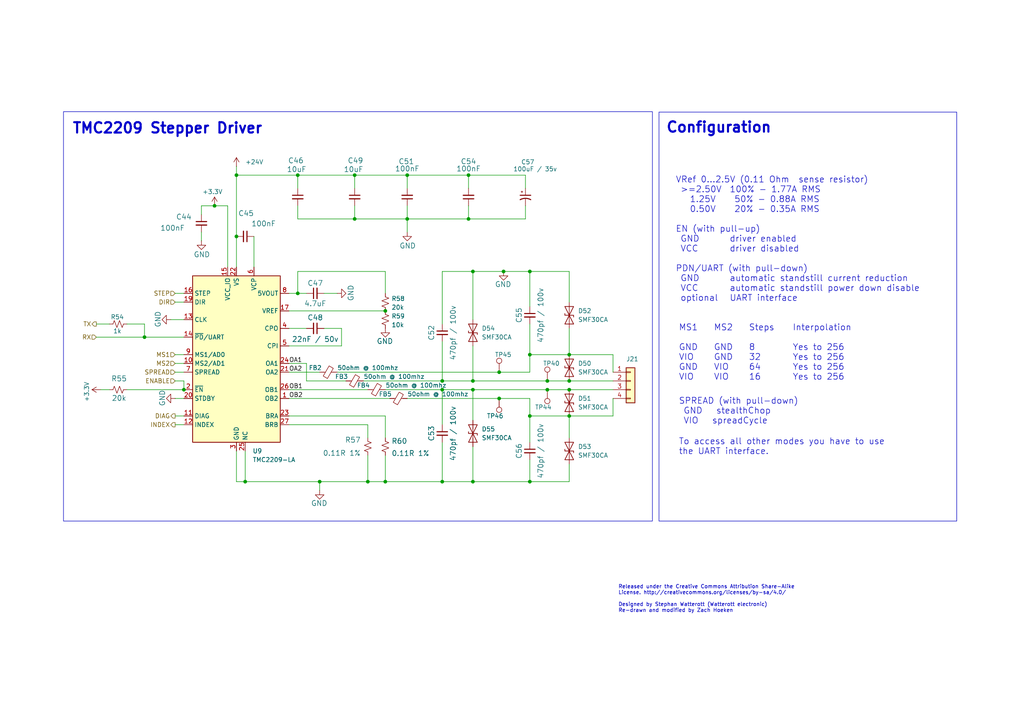
<source format=kicad_sch>
(kicad_sch (version 20250114) (generator "eeschema") (generator_version "9.0")
  (paper "A4")
  (title_block (title "https://github.com/hoeken/brineomatic") (date "2026-01-06") (rev "D"))
  (lib_symbols
    (symbol "Connector:TestPoint" (pin_numbers (hide yes)) (pin_names (offset 0.762) (hide yes))
      (property "Reference" "TP" (at 0 6.858 0))
      (property "Value" "TestPoint" (at 0 5.08 0))
      (symbol "TestPoint_0_1"
        (circle (center 0 3.302) (radius 0.762))
      )
      (symbol "TestPoint_1_1"
        (pin passive line (at 0 0 90) (length 2.54) (name "1") (number "1"))
      )
    )
    (symbol "Connector_Generic:Conn_01x04" (pin_names (offset 1.016) (hide yes))
      (property "Reference" "J" (at 0 5.08 0))
      (property "Value" "Conn_01x04" (at 0 -7.62 0))
      (symbol "Conn_01x04_1_1"
        (rectangle (start -1.27 3.81) (end 1.27 -6.35) (stroke (width 0.254)) (fill (type background)))
        (rectangle (start -1.27 2.667) (end 0 2.413) (stroke (width 0.1524)))
        (rectangle (start -1.27 0.127) (end 0 -0.127) (stroke (width 0.1524)))
        (rectangle (start -1.27 -2.413) (end 0 -2.667) (stroke (width 0.1524)))
        (rectangle (start -1.27 -4.953) (end 0 -5.207) (stroke (width 0.1524)))
        (pin passive line (at -5.08 2.54 0) (length 3.81) (name "Pin_1") (number "1"))
        (pin passive line (at -5.08 0 0) (length 3.81) (name "Pin_2") (number "2"))
        (pin passive line (at -5.08 -2.54 0) (length 3.81) (name "Pin_3") (number "3"))
        (pin passive line (at -5.08 -5.08 0) (length 3.81) (name "Pin_4") (number "4"))
      )
    )
    (symbol "Device:C_Polarized_Small_US" (pin_numbers (hide yes)) (pin_names (offset 0.254) (hide yes))
      (property "Reference" "C" (at 0.254 1.778 0))
      (property "Value" "C_Polarized_Small_US" (at 0.254 -2.032 0))
      (symbol "C_Polarized_Small_US_0_1"
        (polyline (pts (xy -1.524 0.508) (xy 1.524 0.508)) (stroke (width 0.3048)))
        (polyline (pts (xy -1.27 1.524) (xy -0.762 1.524)))
        (polyline (pts (xy -1.016 1.27) (xy -1.016 1.778)))
        (arc (start -1.524 -0.762) (mid 0 -0.3734) (end 1.524 -0.762) (stroke (width 0.3048)))
      )
      (symbol "C_Polarized_Small_US_1_1"
        (pin passive line (at 0 2.54 270) (length 2.032) (name "~") (number "1"))
        (pin passive line (at 0 -2.54 90) (length 2.032) (name "~") (number "2"))
      )
    )
    (symbol "Device:C_Small" (pin_numbers (hide yes)) (pin_names (offset 0.254) (hide yes))
      (property "Reference" "C" (at 0.254 1.778 0))
      (property "Value" "C_Small" (at 0.254 -2.032 0))
      (symbol "C_Small_0_1"
        (polyline (pts (xy -1.524 0.508) (xy 1.524 0.508)) (stroke (width 0.3048)))
        (polyline (pts (xy -1.524 -0.508) (xy 1.524 -0.508)) (stroke (width 0.3302)))
      )
      (symbol "C_Small_1_1"
        (pin passive line (at 0 2.54 270) (length 2.032) (name "~") (number "1"))
        (pin passive line (at 0 -2.54 90) (length 2.032) (name "~") (number "2"))
      )
    )
    (symbol "Device:FerriteBead_Small" (pin_numbers (hide yes)) (pin_names (offset 0))
      (property "Reference" "FB" (at 1.905 1.27 0))
      (property "Value" "FerriteBead_Small" (at 1.905 -1.27 0))
      (symbol "FerriteBead_Small_0_1"
        (polyline (pts (xy -1.8288 0.2794) (xy -1.1176 1.4986) (xy 1.8288 -0.2032) (xy 1.1176 -1.4224) (xy -1.8288 0.2794)))
        (polyline (pts (xy 0 0.889) (xy 0 1.2954)))
        (polyline (pts (xy 0 -1.27) (xy 0 -0.7874)))
      )
      (symbol "FerriteBead_Small_1_1"
        (pin passive line (at 0 2.54 270) (length 1.27) (name "~") (number "1"))
        (pin passive line (at 0 -2.54 90) (length 1.27) (name "~") (number "2"))
      )
    )
    (symbol "Device:R_Small_US" (pin_numbers (hide yes)) (pin_names (offset 0.254) (hide yes))
      (property "Reference" "R" (at 0.762 0.508 0))
      (property "Value" "R_Small_US" (at 0.762 -1.016 0))
      (symbol "R_Small_US_1_1"
        (polyline (pts (xy 0 1.524) (xy 1.016 1.143) (xy 0 0.762) (xy -1.016 0.381) (xy 0 0)))
        (polyline (pts (xy 0 0) (xy 1.016 -0.381) (xy 0 -0.762) (xy -1.016 -1.143) (xy 0 -1.524)))
        (pin passive line (at 0 2.54 270) (length 1.016) (name "~") (number "1"))
        (pin passive line (at 0 -2.54 90) (length 1.016) (name "~") (number "2"))
      )
    )
    (symbol "Diode:SMAJ30CA" (pin_numbers (hide yes)) (pin_names (offset 1.016) (hide yes))
      (property "Reference" "D" (at 0 2.54 0))
      (property "Value" "SMAJ30CA" (at 0 -2.54 0))
      (symbol "SMAJ30CA_0_1"
        (polyline (pts (xy -2.54 -1.27) (xy 0 0) (xy -2.54 1.27) (xy -2.54 -1.27)) (stroke (width 0.2032)))
        (polyline (pts (xy 0.508 1.27) (xy 0 1.27) (xy 0 -1.27) (xy -0.508 -1.27)) (stroke (width 0.2032)))
        (polyline (pts (xy 1.27 0) (xy -1.27 0)))
        (polyline (pts (xy 2.54 1.27) (xy 2.54 -1.27) (xy 0 0) (xy 2.54 1.27)) (stroke (width 0.2032)))
      )
      (symbol "SMAJ30CA_1_1"
        (pin passive line (at -3.81 0 0) (length 2.54) (name "A1") (number "1"))
        (pin passive line (at 3.81 0 180) (length 2.54) (name "A2") (number "2"))
      )
    )
    (symbol "Driver_Motor:TMC2209-LA"
      (property "Reference" "U" (at -11.684 26.924 0))
      (property "Value" "TMC2209-LA" (at 13.208 26.924 0))
      (symbol "TMC2209-LA_0_1"
        (rectangle (start -12.7 25.4) (end 12.7 -22.86) (stroke (width 0.254)) (fill (type background)))
      )
      (symbol "TMC2209-LA_1_1"
        (pin input line (at -15.24 20.32 0) (length 2.54) (name "STEP") (number "16"))
        (pin input line (at -15.24 17.78 0) (length 2.54) (name "DIR") (number "19"))
        (pin input line (at -15.24 12.7 0) (length 2.54) (name "CLK") (number "13"))
        (pin bidirectional line (at -15.24 7.62 0) (length 2.54) (name "~{PD}/UART") (number "14"))
        (pin input line (at -15.24 2.54 0) (length 2.54) (name "MS1/AD0") (number "9"))
        (pin input line (at -15.24 0 0) (length 2.54) (name "MS2/AD1") (number "10"))
        (pin input line (at -15.24 -2.54 0) (length 2.54) (name "SPREAD") (number "7"))
        (pin input line (at -15.24 -7.62 0) (length 2.54) (name "~{EN}") (number "2"))
        (pin input line (at -15.24 -10.16 0) (length 2.54) (name "STDBY") (number "20"))
        (pin output line (at -15.24 -15.24 0) (length 2.54) (name "DIAG") (number "11"))
        (pin output line (at -15.24 -17.78 0) (length 2.54) (name "INDEX") (number "12"))
        (pin power_in line (at -2.54 27.94 270) (length 2.54) (name "VCC_IO") (number "15"))
        (pin power_in line (at 0 27.94 270) (length 2.54) (name "VS") (number "22"))
        (pin passive line (at 0 27.94 270) (length 2.54) (hide yes) (name "VS") (number "28"))
        (pin passive line (at 0 -25.4 90) (length 2.54) (hide yes) (name "GND") (number "18"))
        (pin passive line (at 0 -25.4 90) (length 2.54) (hide yes) (name "GND") (number "29"))
        (pin power_in line (at 0 -25.4 90) (length 2.54) (name "GND") (number "3"))
        (pin passive line (at 2.54 -25.4 90) (length 2.54) (name "NC") (number "25"))
        (pin output line (at 5.08 27.94 270) (length 2.54) (name "VCP") (number "6"))
        (pin power_out line (at 15.24 20.32 180) (length 2.54) (name "5VOUT") (number "8"))
        (pin passive line (at 15.24 15.24 180) (length 2.54) (name "VREF") (number "17"))
        (pin input line (at 15.24 10.16 180) (length 2.54) (name "CPO") (number "4"))
        (pin input line (at 15.24 5.08 180) (length 2.54) (name "CPI") (number "5"))
        (pin output line (at 15.24 0 180) (length 2.54) (name "OA1") (number "24"))
        (pin output line (at 15.24 -2.54 180) (length 2.54) (name "OA2") (number "21"))
        (pin output line (at 15.24 -7.62 180) (length 2.54) (name "OB1") (number "26"))
        (pin output line (at 15.24 -10.16 180) (length 2.54) (name "OB2") (number "1"))
        (pin input line (at 15.24 -15.24 180) (length 2.54) (name "BRA") (number "23"))
        (pin input line (at 15.24 -17.78 180) (length 2.54) (name "BRB") (number "27"))
      )
    )
    (symbol "power:+24V" (power) (pin_numbers (hide yes)) (pin_names (offset 0) (hide yes))
      (property "Value" "+24V" (at 0 3.556 0))
      (symbol "+24V_0_1"
        (polyline (pts (xy -0.762 1.27) (xy 0 2.54)))
        (polyline (pts (xy 0 2.54) (xy 0.762 1.27)))
        (polyline (pts (xy 0 0) (xy 0 2.54)))
      )
      (symbol "+24V_1_1"
        (pin power_in line (at 0 0 90) (length 0) (name "~") (number "1"))
      )
    )
    (symbol "power:+3.3V" (power) (pin_numbers (hide yes)) (pin_names (offset 0) (hide yes))
      (property "Value" "+3.3V" (at 0 3.556 0))
      (symbol "+3.3V_0_1"
        (polyline (pts (xy -0.762 1.27) (xy 0 2.54)))
        (polyline (pts (xy 0 2.54) (xy 0.762 1.27)))
        (polyline (pts (xy 0 0) (xy 0 2.54)))
      )
      (symbol "+3.3V_1_1"
        (pin power_in line (at 0 0 90) (length 0) (name "~") (number "1"))
      )
    )
    (symbol "power:GND" (power) (pin_numbers (hide yes)) (pin_names (offset 0) (hide yes))
      (property "Value" "GND" (at 0 -3.81 0))
      (symbol "GND_0_1"
        (polyline (pts (xy 0 0) (xy 0 -1.27) (xy 1.27 -1.27) (xy 0 -2.54) (xy -1.27 -1.27) (xy 0 -1.27)))
      )
      (symbol "GND_1_1"
        (pin power_in line (at 0 0 270) (length 0) (name "~") (number "1"))
      )
    )
  )
  (rectangle (start 18.415 32.385) (end 189.23 151.13))
  (rectangle (start 191.135 32.512) (end 277.495 151.13))
  (text "To access all other modes you have to use\nthe UART interface." (at 196.85 132.08 0) (effects (font (size 1.778 1.778)) (justify left bottom)))
  (text "SPREAD (with pull-down)\n GND   stealthChop\n VIO   spreadCycle" (at 196.85 123.19 0) (effects (font (size 1.778 1.778)) (justify left bottom)))
  (text "Configuration" (at 193.04 37.084 0) (effects (font (size 3 3) (thickness 0.6) (bold yes)) (justify left)))
  (text "100% - 1.77A RMS\n 50% - 0.88A RMS\n 20% - 0.35A RMS\n\n\ndriver enabled\ndriver disabled\n\n\nautomatic standstill current reduction\nautomatic standstill power down disable\nUART interface" (at 211.582 87.63 0) (effects (font (size 1.778 1.778)) (justify left bottom)))
  (text "MS1\n\nGND\nVIO\nGND\nVIO" (at 196.85 110.49 0) (effects (font (size 1.778 1.778)) (justify left bottom)))
  (text "Steps\n\n8\n32\n64\n16\n" (at 217.17 110.49 0) (effects (font (size 1.778 1.778)) (justify left bottom)))
  (text "MS2\n\nGND\nGND\nVIO\nVIO" (at 207.01 110.49 0) (effects (font (size 1.778 1.778)) (justify left bottom)))
  (text "Interpolation\n\nYes to 256\nYes to 256\nYes to 256\nYes to 256" (at 229.87 110.49 0) (effects (font (size 1.778 1.778)) (justify left bottom)))
  (text "VRef 0...2.5V (0.11 Ohm  sense resistor)\n >=2.50V\n   1.25V\n   0.50V\n\nEN (with pull-up)\n GND\n VCC\n\nPDN/UART (with pull-down)\n GND\n VCC\n optional" (at 195.961 87.63 0) (effects (font (size 1.778 1.778)) (justify left bottom)))
  (text "TMC2209 Stepper Driver" (at 20.828 37.338 0) (effects (font (size 3 3) (thickness 0.6) (bold yes)) (justify left)))
  (text "Released under the Creative Commons Attribution Share-Alike \nLicense. http://creativecommons.org/licenses/by-sa/4.0/\n\nDesigned by Stephan Watterott (Watterott electronic)\nRe-drawn and modified by Zach Hoeken" (at 179.324 177.8 0) (effects (font (size 1.0668 1.0668)) (justify left bottom)))
  (junction (at 144.78 115.57))
  (junction (at 153.67 139.7))
  (junction (at 118.11 63.5))
  (junction (at 137.16 110.49))
  (junction (at 92.71 139.7))
  (junction (at 62.23 59.69))
  (junction (at 53.34 113.03))
  (junction (at 106.68 139.7))
  (junction (at 153.67 78.74))
  (junction (at 137.16 78.74))
  (junction (at 165.1 113.03))
  (junction (at 128.27 139.7))
  (junction (at 165.1 120.65))
  (junction (at 102.87 63.5))
  (junction (at 68.58 50.8))
  (junction (at 111.76 139.7))
  (junction (at 153.67 102.87))
  (junction (at 158.75 110.49))
  (junction (at 41.91 97.79))
  (junction (at 86.36 85.09))
  (junction (at 135.89 63.5))
  (junction (at 146.05 78.74))
  (junction (at 68.58 68.58))
  (junction (at 111.76 90.17))
  (junction (at 135.89 50.8))
  (junction (at 165.1 110.49))
  (junction (at 128.27 110.49))
  (junction (at 128.27 113.03))
  (junction (at 137.16 113.03))
  (junction (at 137.16 139.7))
  (junction (at 144.78 107.95))
  (junction (at 153.67 120.65))
  (junction (at 86.36 50.8))
  (junction (at 158.75 113.03))
  (junction (at 165.1 102.87))
  (junction (at 102.87 50.8))
  (junction (at 71.12 139.7))
  (junction (at 118.11 50.8))
  (wire (pts (xy 50.8 110.49) (xy 53.34 110.49)))
  (wire (pts (xy 50.8 102.87) (xy 53.34 102.87)))
  (wire (pts (xy 50.8 115.57) (xy 53.34 115.57)))
  (wire (pts (xy 152.4 59.69) (xy 152.4 63.5)))
  (wire (pts (xy 106.68 132.08) (xy 106.68 139.7)))
  (wire (pts (xy 137.16 129.54) (xy 137.16 139.7)))
  (wire (pts (xy 153.67 102.87) (xy 165.1 102.87)))
  (wire (pts (xy 102.87 50.8) (xy 102.87 54.61)))
  (wire (pts (xy 83.82 113.03) (xy 106.68 113.03)))
  (wire (pts (xy 83.82 95.25) (xy 88.9 95.25)))
  (wire (pts (xy 83.82 85.09) (xy 86.36 85.09)))
  (wire (pts (xy 93.98 85.09) (xy 97.79 85.09)))
  (wire (pts (xy 118.11 67.31) (xy 118.11 63.5)))
  (wire (pts (xy 50.8 105.41) (xy 53.34 105.41)))
  (wire (pts (xy 144.78 107.95) (xy 153.67 107.95)))
  (wire (pts (xy 118.11 115.57) (xy 144.78 115.57)))
  (wire (pts (xy 58.42 59.69) (xy 62.23 59.69)))
  (wire (pts (xy 135.89 50.8) (xy 118.11 50.8)))
  (wire (pts (xy 92.71 139.7) (xy 106.68 139.7)))
  (wire (pts (xy 68.58 50.8) (xy 86.36 50.8)))
  (wire (pts (xy 41.91 97.79) (xy 53.34 97.79)))
  (wire (pts (xy 165.1 78.74) (xy 165.1 87.63)))
  (wire (pts (xy 165.1 110.49) (xy 177.8 110.49)))
  (wire (pts (xy 36.83 113.03) (xy 53.34 113.03)))
  (wire (pts (xy 118.11 63.5) (xy 135.89 63.5)))
  (wire (pts (xy 152.4 63.5) (xy 135.89 63.5)))
  (wire (pts (xy 135.89 50.8) (xy 135.89 54.61)))
  (wire (pts (xy 68.58 48.26) (xy 68.58 50.8)))
  (wire (pts (xy 153.67 139.7) (xy 165.1 139.7)))
  (wire (pts (xy 128.27 110.49) (xy 105.41 110.49)))
  (wire (pts (xy 118.11 50.8) (xy 118.11 54.61)))
  (wire (pts (xy 128.27 139.7) (xy 111.76 139.7)))
  (wire (pts (xy 86.36 63.5) (xy 102.87 63.5)))
  (wire (pts (xy 146.05 78.74) (xy 153.67 78.74)))
  (wire (pts (xy 53.34 110.49) (xy 53.34 113.03)))
  (wire (pts (xy 53.34 92.71) (xy 49.53 92.71)))
  (wire (pts (xy 111.76 120.65) (xy 111.76 127)))
  (wire (pts (xy 50.8 87.63) (xy 53.34 87.63)))
  (wire (pts (xy 135.89 63.5) (xy 135.89 59.69)))
  (wire (pts (xy 100.33 110.49) (xy 88.9 110.49)))
  (wire (pts (xy 128.27 128.27) (xy 128.27 139.7)))
  (wire (pts (xy 102.87 59.69) (xy 102.87 63.5)))
  (wire (pts (xy 86.36 85.09) (xy 88.9 85.09)))
  (wire (pts (xy 137.16 110.49) (xy 158.75 110.49)))
  (wire (pts (xy 137.16 78.74) (xy 137.16 92.71)))
  (wire (pts (xy 92.71 142.24) (xy 92.71 139.7)))
  (wire (pts (xy 158.75 113.03) (xy 165.1 113.03)))
  (wire (pts (xy 128.27 139.7) (xy 137.16 139.7)))
  (wire (pts (xy 99.06 95.25) (xy 93.98 95.25)))
  (wire (pts (xy 153.67 120.65) (xy 153.67 115.57)))
  (wire (pts (xy 137.16 78.74) (xy 146.05 78.74)))
  (wire (pts (xy 71.12 139.7) (xy 92.71 139.7)))
  (wire (pts (xy 106.68 123.19) (xy 106.68 127)))
  (wire (pts (xy 66.04 59.69) (xy 66.04 77.47)))
  (wire (pts (xy 137.16 100.33) (xy 137.16 110.49)))
  (wire (pts (xy 135.89 50.8) (xy 152.4 50.8)))
  (wire (pts (xy 86.36 59.69) (xy 86.36 63.5)))
  (wire (pts (xy 177.8 120.65) (xy 177.8 115.57)))
  (wire (pts (xy 144.78 115.57) (xy 153.67 115.57)))
  (wire (pts (xy 111.76 113.03) (xy 128.27 113.03)))
  (wire (pts (xy 137.16 113.03) (xy 137.16 121.92)))
  (wire (pts (xy 158.75 110.49) (xy 165.1 110.49)))
  (wire (pts (xy 50.8 85.09) (xy 53.34 85.09)))
  (wire (pts (xy 99.06 100.33) (xy 99.06 95.25)))
  (wire (pts (xy 86.36 85.09) (xy 86.36 78.74)))
  (wire (pts (xy 102.87 50.8) (xy 118.11 50.8)))
  (wire (pts (xy 153.67 102.87) (xy 153.67 93.98)))
  (wire (pts (xy 118.11 63.5) (xy 118.11 59.69)))
  (wire (pts (xy 88.9 105.41) (xy 88.9 110.49)))
  (wire (pts (xy 165.1 120.65) (xy 165.1 127)))
  (wire (pts (xy 153.67 102.87) (xy 153.67 107.95)))
  (wire (pts (xy 165.1 139.7) (xy 165.1 134.62)))
  (wire (pts (xy 128.27 113.03) (xy 137.16 113.03)))
  (wire (pts (xy 165.1 113.03) (xy 177.8 113.03)))
  (wire (pts (xy 106.68 139.7) (xy 111.76 139.7)))
  (wire (pts (xy 128.27 113.03) (xy 128.27 123.19)))
  (wire (pts (xy 41.91 93.98) (xy 41.91 97.79)))
  (wire (pts (xy 165.1 120.65) (xy 177.8 120.65)))
  (wire (pts (xy 50.8 120.65) (xy 53.34 120.65)))
  (wire (pts (xy 68.58 50.8) (xy 68.58 68.58)))
  (wire (pts (xy 153.67 88.9) (xy 153.67 78.74)))
  (wire (pts (xy 165.1 95.25) (xy 165.1 102.87)))
  (wire (pts (xy 83.82 107.95) (xy 92.71 107.95)))
  (wire (pts (xy 128.27 93.98) (xy 128.27 78.74)))
  (wire (pts (xy 83.82 123.19) (xy 106.68 123.19)))
  (wire (pts (xy 137.16 110.49) (xy 128.27 110.49)))
  (wire (pts (xy 73.66 68.58) (xy 73.66 77.47)))
  (wire (pts (xy 153.67 120.65) (xy 153.67 128.27)))
  (wire (pts (xy 58.42 67.31) (xy 58.42 69.85)))
  (wire (pts (xy 83.82 115.57) (xy 113.03 115.57)))
  (wire (pts (xy 29.21 113.03) (xy 31.75 113.03)))
  (wire (pts (xy 27.94 97.79) (xy 41.91 97.79)))
  (wire (pts (xy 68.58 68.58) (xy 68.58 77.47)))
  (wire (pts (xy 128.27 99.06) (xy 128.27 110.49)))
  (wire (pts (xy 165.1 102.87) (xy 177.8 102.87)))
  (wire (pts (xy 88.9 105.41) (xy 83.82 105.41)))
  (wire (pts (xy 50.8 123.19) (xy 53.34 123.19)))
  (wire (pts (xy 58.42 62.23) (xy 58.42 59.69)))
  (wire (pts (xy 111.76 132.08) (xy 111.76 139.7)))
  (wire (pts (xy 97.79 107.95) (xy 144.78 107.95)))
  (wire (pts (xy 86.36 50.8) (xy 102.87 50.8)))
  (wire (pts (xy 86.36 78.74) (xy 111.76 78.74)))
  (wire (pts (xy 36.83 93.98) (xy 41.91 93.98)))
  (wire (pts (xy 137.16 139.7) (xy 153.67 139.7)))
  (wire (pts (xy 152.4 50.8) (xy 152.4 54.61)))
  (wire (pts (xy 83.82 100.33) (xy 99.06 100.33)))
  (wire (pts (xy 102.87 63.5) (xy 118.11 63.5)))
  (wire (pts (xy 68.58 130.81) (xy 68.58 139.7)))
  (wire (pts (xy 27.94 93.98) (xy 31.75 93.98)))
  (wire (pts (xy 153.67 120.65) (xy 165.1 120.65)))
  (wire (pts (xy 68.58 139.7) (xy 71.12 139.7)))
  (wire (pts (xy 153.67 78.74) (xy 165.1 78.74)))
  (wire (pts (xy 111.76 90.17) (xy 83.82 90.17)))
  (wire (pts (xy 177.8 102.87) (xy 177.8 107.95)))
  (wire (pts (xy 71.12 130.81) (xy 71.12 139.7)))
  (wire (pts (xy 128.27 78.74) (xy 137.16 78.74)))
  (wire (pts (xy 50.8 107.95) (xy 53.34 107.95)))
  (wire (pts (xy 137.16 113.03) (xy 158.75 113.03)))
  (wire (pts (xy 153.67 133.35) (xy 153.67 139.7)))
  (wire (pts (xy 111.76 78.74) (xy 111.76 85.09)))
  (wire (pts (xy 62.23 59.69) (xy 66.04 59.69)))
  (wire (pts (xy 83.82 120.65) (xy 111.76 120.65)))
  (wire (pts (xy 86.36 50.8) (xy 86.36 54.61)))
  (label "OA1" (at 83.82 105.41 0))
  (label "OB2" (at 83.82 115.57 0))
  (label "OB1" (at 83.82 113.03 0))
  (label "OA2" (at 83.82 107.95 0))
  (hierarchical_label "MS1" (shape input) (at 50.8 102.87 180))
  (hierarchical_label "SPREAD" (shape input) (at 50.8 107.95 180))
  (hierarchical_label "DIAG" (shape output) (at 50.8 120.65 180))
  (hierarchical_label "ENABLE" (shape input) (at 50.8 110.49 180))
  (hierarchical_label "DIR" (shape input) (at 50.8 87.63 180))
  (hierarchical_label "MS2" (shape input) (at 50.8 105.41 180))
  (hierarchical_label "INDEX" (shape output) (at 50.8 123.19 180))
  (hierarchical_label "RX" (shape input) (at 27.94 97.79 180))
  (hierarchical_label "TX" (shape output) (at 27.94 93.98 180))
  (hierarchical_label "STEP" (shape input) (at 50.8 85.09 180))
  (symbol (lib_id "power:GND") (at 97.79 85.09 90) (unit 1)
    (property "Reference" "#GND05" (effects (hide yes)))
    (property "Value" "GND" (at 102.616 87.376 0) (effects (font (size 1.4986 1.4986)) (justify left bottom)))
    (property "Description" "Power symbol creates a global label with name \"GND\" , ground" (effects (hide yes)))
  )
  (symbol (lib_id "power:GND") (at 58.42 69.85 0) (unit 1)
    (property "Reference" "#GND03" (effects (hide yes)))
    (property "Value" "GND" (at 56.134 74.676 0) (effects (font (size 1.4986 1.4986)) (justify left bottom)))
    (property "Description" "Power symbol creates a global label with name \"GND\" , ground" (effects (hide yes)))
  )
  (symbol (lib_id "Device:C_Small") (at 102.87 57.15 0) (unit 1)
    (property "Reference" "C49" (at 105.41 45.72 0) (effects (font (size 1.4986 1.4986)) (justify right top)))
    (property "Value" "10uF" (at 105.41 48.26 0) (effects (font (size 1.4986 1.4986)) (justify right top)))
    (property "Footprint" "Capacitor_SMD:C_1210_3225Metric" (effects (hide yes)))
    (property "Description" "Unpolarized capacitor, small symbol" (effects (hide yes)))
    (property "LCSC" "C138687" (effects (hide yes)))
  )
  (symbol (lib_id "power:GND") (at 118.11 67.31 0) (unit 1)
    (property "Reference" "#GND07" (effects (hide yes)))
    (property "Value" "GND" (at 115.824 72.136 0) (effects (font (size 1.4986 1.4986)) (justify left bottom)))
    (property "Description" "Power symbol creates a global label with name \"GND\" , ground" (effects (hide yes)))
  )
  (symbol (lib_id "Device:R_Small_US") (at 34.29 113.03 90) (unit 1)
    (property "Reference" "R55" (at 34.544 108.966 90) (effects (font (size 1.4986 1.4986)) (justify bottom)))
    (property "Value" "20k" (at 34.544 116.332 90) (effects (font (size 1.4986 1.4986)) (justify top)))
    (property "Footprint" "Resistor_SMD:R_0603_1608Metric" (effects (hide yes)))
    (property "Description" "Resistor, small US symbol" (effects (hide yes)))
    (property "LCSC" " C4184" (effects (hide yes)))
  )
  (symbol (lib_id "Device:C_Small") (at 135.89 57.15 180) (unit 1)
    (property "Reference" "C54" (at 135.89 45.974 0) (effects (font (size 1.4986 1.4986)) (justify bottom)))
    (property "Value" "100nF" (at 135.89 49.784 0) (effects (font (size 1.4986 1.4986)) (justify top)))
    (property "Footprint" "Capacitor_SMD:C_0603_1608Metric" (effects (hide yes)))
    (property "Description" "Unpolarized capacitor, small symbol" (effects (hide yes)))
    (property "LCSC" "C14663" (effects (hide yes)))
  )
  (symbol (lib_id "Device:FerriteBead_Small") (at 95.25 107.95 90) (unit 1)
    (property "Reference" "FB2" (at 91.44 106.68 90))
    (property "Value" "50ohm @ 100mhz" (at 106.68 106.68 90))
    (property "Footprint" "Inductor_SMD:L_0603_1608Metric" (effects (hide yes)))
    (property "Description" "Ferrite bead, small symbol" (effects (hide yes)))
    (property "LCSC" "C394425" (effects (hide yes)))
  )
  (symbol (lib_id "power:GND") (at 146.05 78.74 0) (unit 1)
    (property "Reference" "#GND08" (effects (hide yes)))
    (property "Value" "GND" (at 143.51 83.312 0) (effects (font (size 1.4986 1.4986)) (justify left bottom)))
    (property "Description" "Power symbol creates a global label with name \"GND\" , ground" (effects (hide yes)))
  )
  (symbol (lib_id "Diode:SMAJ30CA") (at 137.16 125.73 270) (unit 1)
    (property "Reference" "D55" (at 139.7 124.4599 90) (effects (justify left)))
    (property "Value" "SMF30CA" (at 139.7 126.9999 90) (effects (justify left)))
    (property "Footprint" "Diode_SMD:D_SOD-123F" (effects (hide yes)))
    (property "Datasheet" "https://www.littelfuse.com/media?resourcetype=datasheets&itemid=75e32973-b177-4ee3-a0ff-cedaf1abdb93&filename=smaj-datasheet" (effects (hide yes)))
    (property "Description" "400W bidirectional Transient Voltage Suppressor, 30.0Vr, SMA(DO-214AC)" (effects (hide yes)))
    (property "LCSC" "C19077519" (effects (hide yes)))
  )
  (symbol (lib_id "Device:R_Small_US") (at 111.76 129.54 0) (unit 1)
    (property "Reference" "R60" (at 113.538 128.778 0) (effects (font (size 1.4986 1.4986)) (justify left bottom)))
    (property "Value" "0.11R 1%" (at 113.538 132.334 0) (effects (font (size 1.4986 1.4986)) (justify left bottom)))
    (property "Footprint" "Resistor_SMD:R_1206_3216Metric" (effects (hide yes)))
    (property "Description" "Resistor, small US symbol" (effects (hide yes)))
    (property "LCSC" "C327071" (effects (hide yes)))
  )
  (symbol (lib_id "Device:C_Small") (at 71.12 68.58 270) (unit 1)
    (property "Reference" "C45" (at 71.374 62.738 90) (effects (font (size 1.4986 1.4986)) (justify bottom)))
    (property "Value" "100nF" (at 76.454 64.008 90) (effects (font (size 1.4986 1.4986)) (justify top)))
    (property "Footprint" "Capacitor_SMD:C_0603_1608Metric" (effects (hide yes)))
    (property "Description" "Unpolarized capacitor, small symbol" (effects (hide yes)))
    (property "LCSC" "C14663" (effects (hide yes)))
  )
  (symbol (lib_id "Device:R_Small_US") (at 34.29 93.98 90) (unit 1)
    (property "Reference" "R54" (at 34.036 91.948 90))
    (property "Value" "1k" (at 34.036 96.012 90))
    (property "Footprint" "Resistor_SMD:R_0603_1608Metric" (effects (hide yes)))
    (property "Description" "Resistor, small US symbol" (effects (hide yes)))
    (property "LCSC" " C21190" (effects (hide yes)))
  )
  (symbol (lib_id "Connector:TestPoint") (at 158.75 113.03 180) (unit 1) (in_bom no)
    (property "Reference" "TP44" (at 160.02 118.11 0) (effects (justify left)))
    (property "Value" "TestPoint" (effects (hide yes)))
    (property "Footprint" "TestPoint:TestPoint_Pad_D1.5mm" (effects (hide yes)))
    (property "Description" "test point" (effects (hide yes)))
  )
  (symbol (lib_id "Connector:TestPoint") (at 158.75 110.49 0) (unit 1) (in_bom no)
    (property "Reference" "TP40" (at 157.48 105.41 0) (effects (justify left)))
    (property "Value" "TestPoint" (effects (hide yes)))
    (property "Footprint" "TestPoint:TestPoint_Pad_D1.5mm" (effects (hide yes)))
    (property "Description" "test point" (effects (hide yes)))
  )
  (symbol (lib_id "Diode:SMAJ30CA") (at 165.1 91.44 270) (unit 1)
    (property "Reference" "D52" (at 167.64 90.1699 90) (effects (justify left)))
    (property "Value" "SMF30CA" (at 167.64 92.7099 90) (effects (justify left)))
    (property "Footprint" "Diode_SMD:D_SOD-123F" (effects (hide yes)))
    (property "Datasheet" "https://www.littelfuse.com/media?resourcetype=datasheets&itemid=75e32973-b177-4ee3-a0ff-cedaf1abdb93&filename=smaj-datasheet" (effects (hide yes)))
    (property "Description" "400W bidirectional Transient Voltage Suppressor, 30.0Vr, SMA(DO-214AC)" (effects (hide yes)))
    (property "LCSC" "C19077519" (effects (hide yes)))
  )
  (symbol (lib_id "Device:C_Small") (at 153.67 91.44 0) (unit 1)
    (property "Reference" "C55" (at 151.384 91.44 90) (effects (font (size 1.4986 1.4986)) (justify bottom)))
    (property "Value" "470pf / 100v" (at 155.956 91.44 90) (effects (font (size 1.4986 1.4986)) (justify top)))
    (property "Footprint" "Capacitor_SMD:C_0603_1608Metric" (effects (hide yes)))
    (property "Description" "Unpolarized capacitor, small symbol" (effects (hide yes)))
    (property "LCSC" "C126580" (effects (hide yes)))
  )
  (symbol (lib_id "Device:C_Small") (at 128.27 125.73 0) (unit 1)
    (property "Reference" "C53" (at 125.984 125.73 90) (effects (font (size 1.4986 1.4986)) (justify bottom)))
    (property "Value" "470pf / 100v" (at 130.556 125.73 90) (effects (font (size 1.4986 1.4986)) (justify top)))
    (property "Footprint" "Capacitor_SMD:C_0603_1608Metric" (effects (hide yes)))
    (property "Description" "Unpolarized capacitor, small symbol" (effects (hide yes)))
    (property "LCSC" "C126580" (effects (hide yes)))
  )
  (symbol (lib_id "Device:C_Polarized_Small_US") (at 152.4 57.15 0) (unit 1)
    (property "Reference" "C57" (at 151.13 46.99 0) (effects (justify left)))
    (property "Value" "100uF / 35v" (at 148.844 49.022 0) (effects (justify left)))
    (property "Footprint" "Capacitor_SMD:CP_Elec_6.3x7.7" (effects (hide yes)))
    (property "Description" "Polarized capacitor, small US symbol" (effects (hide yes)))
    (property "LCSC" "C2836442" (effects (hide yes)))
    (property "Rotation Offset" "180" (effects (hide yes)))
  )
  (symbol (lib_id "Device:C_Small") (at 86.36 57.15 0) (unit 1)
    (property "Reference" "C46" (at 88.138 45.72 0) (effects (font (size 1.4986 1.4986)) (justify right top)))
    (property "Value" "10uF" (at 88.9 48.26 0) (effects (font (size 1.4986 1.4986)) (justify right top)))
    (property "Footprint" "Capacitor_SMD:C_1210_3225Metric" (effects (hide yes)))
    (property "Description" "Unpolarized capacitor, small symbol" (effects (hide yes)))
    (property "LCSC" "C138687" (effects (hide yes)))
  )
  (symbol (lib_id "Diode:SMAJ30CA") (at 137.16 96.52 270) (unit 1)
    (property "Reference" "D54" (at 139.7 95.2499 90) (effects (justify left)))
    (property "Value" "SMF30CA" (at 139.7 97.7899 90) (effects (justify left)))
    (property "Footprint" "Diode_SMD:D_SOD-123F" (effects (hide yes)))
    (property "Datasheet" "https://www.littelfuse.com/media?resourcetype=datasheets&itemid=75e32973-b177-4ee3-a0ff-cedaf1abdb93&filename=smaj-datasheet" (effects (hide yes)))
    (property "Description" "400W bidirectional Transient Voltage Suppressor, 30.0Vr, SMA(DO-214AC)" (effects (hide yes)))
    (property "LCSC" "C19077519" (effects (hide yes)))
  )
  (symbol (lib_id "power:GND") (at 49.53 92.71 270) (unit 1)
    (property "Reference" "#GND01" (effects (hide yes)))
    (property "Value" "GND" (at 44.958 90.17 0) (effects (font (size 1.4986 1.4986)) (justify left bottom)))
    (property "Description" "Power symbol creates a global label with name \"GND\" , ground" (effects (hide yes)))
  )
  (symbol (lib_id "Diode:SMAJ30CA") (at 165.1 130.81 270) (unit 1)
    (property "Reference" "D53" (at 167.64 129.5399 90) (effects (justify left)))
    (property "Value" "SMF30CA" (at 167.64 132.0799 90) (effects (justify left)))
    (property "Footprint" "Diode_SMD:D_SOD-123F" (effects (hide yes)))
    (property "Datasheet" "https://www.littelfuse.com/media?resourcetype=datasheets&itemid=75e32973-b177-4ee3-a0ff-cedaf1abdb93&filename=smaj-datasheet" (effects (hide yes)))
    (property "Description" "400W bidirectional Transient Voltage Suppressor, 30.0Vr, SMA(DO-214AC)" (effects (hide yes)))
    (property "LCSC" "C19077519" (effects (hide yes)))
  )
  (symbol (lib_id "Diode:SMAJ30CA") (at 165.1 106.68 270) (unit 1)
    (property "Reference" "D50" (at 167.64 105.4099 90) (effects (justify left)))
    (property "Value" "SMF30CA" (at 167.64 107.9499 90) (effects (justify left)))
    (property "Footprint" "Diode_SMD:D_SOD-123F" (effects (hide yes)))
    (property "Datasheet" "https://www.littelfuse.com/media?resourcetype=datasheets&itemid=75e32973-b177-4ee3-a0ff-cedaf1abdb93&filename=smaj-datasheet" (effects (hide yes)))
    (property "Description" "400W bidirectional Transient Voltage Suppressor, 30.0Vr, SMA(DO-214AC)" (effects (hide yes)))
    (property "LCSC" "C19077519" (effects (hide yes)))
  )
  (symbol (lib_id "power:+3.3V") (at 62.23 59.69 0) (unit 1)
    (property "Reference" "#PWR064" (effects (hide yes)))
    (property "Value" "+3.3V" (at 58.674 55.626 0) (effects (justify left)))
    (property "Description" "Power symbol creates a global label with name \"+3.3V\"" (effects (hide yes)))
  )
  (symbol (lib_id "Device:R_Small_US") (at 106.68 129.54 180) (unit 1)
    (property "Reference" "R57" (at 104.648 126.746 0) (effects (font (size 1.4986 1.4986)) (justify left bottom)))
    (property "Value" "0.11R 1%" (at 104.648 130.556 0) (effects (font (size 1.4986 1.4986)) (justify left bottom)))
    (property "Footprint" "Resistor_SMD:R_1206_3216Metric" (effects (hide yes)))
    (property "Description" "Resistor, small US symbol" (effects (hide yes)))
    (property "LCSC" "C327071" (effects (hide yes)))
  )
  (symbol (lib_id "power:+3.3V") (at 29.21 113.03 90) (unit 1)
    (property "Reference" "#PWR063" (effects (hide yes)))
    (property "Value" "+3.3V" (at 25.146 116.586 0) (effects (justify left)))
    (property "Description" "Power symbol creates a global label with name \"+3.3V\"" (effects (hide yes)))
  )
  (symbol (lib_id "Device:C_Small") (at 128.27 96.52 0) (unit 1)
    (property "Reference" "C52" (at 125.984 96.52 90) (effects (font (size 1.4986 1.4986)) (justify bottom)))
    (property "Value" "470pf / 100v" (at 130.556 96.52 90) (effects (font (size 1.4986 1.4986)) (justify top)))
    (property "Footprint" "Capacitor_SMD:C_0603_1608Metric" (effects (hide yes)))
    (property "Description" "Unpolarized capacitor, small symbol" (effects (hide yes)))
    (property "LCSC" "C126580" (effects (hide yes)))
  )
  (symbol (lib_id "Driver_Motor:TMC2209-LA") (at 68.58 105.41 0) (unit 1)
    (property "Reference" "U9" (at 73.2633 130.81 0) (effects (justify left)))
    (property "Value" "TMC2209-LA" (at 73.2633 133.35 0) (effects (justify left)))
    (property "Footprint" "yarrboard:VQFN-28-1EP_5x5mm_P0.5mm_EP3.7x3.7mm_ThermalVias" (effects (hide yes)))
    (property "Datasheet" "https://www.analog.com/media/en/technical-documentation/data-sheets/TMC2209_datasheet_rev1.09.pdf" (effects (hide yes)))
    (property "Description" "2-phase stepper motor driver, 256 µSteps, 2.8A peak, 2.0A RMS, VS = 4.75..29V, STEP/DIR and UART interface, VQFN-28" (effects (hide yes)))
    (property "LCSC" "C2150710" (effects (hide yes)))
    (property "Rotation Offset" "270" (effects (hide yes)))
  )
  (symbol (lib_id "power:GND") (at 111.76 95.25 0) (unit 1)
    (property "Reference" "#GND06" (effects (hide yes)))
    (property "Value" "GND" (at 109.22 99.822 0) (effects (font (size 1.4986 1.4986)) (justify left bottom)))
    (property "Description" "Power symbol creates a global label with name \"GND\" , ground" (effects (hide yes)))
  )
  (symbol (lib_id "Connector_Generic:Conn_01x04") (at 182.88 110.49 0) (unit 1)
    (property "Reference" "J21" (at 181.61 104.14 0) (effects (justify left)))
    (property "Value" "Conn_01x04" (effects (hide yes)))
    (property "Footprint" "Connector_JST:JST_PH_S4B-PH-K_1x04_P2.00mm_Horizontal" (effects (hide yes)))
    (property "Description" "Generic connector, single row, 01x04, script generated (kicad-library-utils/schlib/autogen/connector/)" (effects (hide yes)))
    (property "LCSC" "C157926" (effects (hide yes)))
    (property "Rotation Offset" "180" (effects (hide yes)))
  )
  (symbol (lib_id "Diode:SMAJ30CA") (at 165.1 116.84 270) (unit 1)
    (property "Reference" "D51" (at 167.64 115.5699 90) (effects (justify left)))
    (property "Value" "SMF30CA" (at 167.64 118.1099 90) (effects (justify left)))
    (property "Footprint" "Diode_SMD:D_SOD-123F" (effects (hide yes)))
    (property "Datasheet" "https://www.littelfuse.com/media?resourcetype=datasheets&itemid=75e32973-b177-4ee3-a0ff-cedaf1abdb93&filename=smaj-datasheet" (effects (hide yes)))
    (property "Description" "400W bidirectional Transient Voltage Suppressor, 30.0Vr, SMA(DO-214AC)" (effects (hide yes)))
    (property "LCSC" "C19077519" (effects (hide yes)))
  )
  (symbol (lib_id "Device:C_Small") (at 153.67 130.81 0) (unit 1)
    (property "Reference" "C56" (at 151.384 130.81 90) (effects (font (size 1.4986 1.4986)) (justify bottom)))
    (property "Value" "470pf / 100v" (at 155.956 130.81 90) (effects (font (size 1.4986 1.4986)) (justify top)))
    (property "Footprint" "Capacitor_SMD:C_0603_1608Metric" (effects (hide yes)))
    (property "Description" "Unpolarized capacitor, small symbol" (effects (hide yes)))
    (property "LCSC" "C126580" (effects (hide yes)))
  )
  (symbol (lib_id "Device:C_Small") (at 58.42 64.77 0) (unit 1)
    (property "Reference" "C44" (at 53.34 63.754 0) (effects (font (size 1.4986 1.4986)) (justify bottom)))
    (property "Value" "100nF" (at 50.038 65.278 0) (effects (font (size 1.4986 1.4986)) (justify top)))
    (property "Footprint" "Capacitor_SMD:C_0603_1608Metric" (effects (hide yes)))
    (property "Description" "Unpolarized capacitor, small symbol" (effects (hide yes)))
    (property "LCSC" "C14663" (effects (hide yes)))
  )
  (symbol (lib_id "Device:FerriteBead_Small") (at 115.57 115.57 90) (unit 1)
    (property "Reference" "FB5" (at 111.76 114.3 90))
    (property "Value" "50ohm @ 100mhz" (at 127 114.3 90))
    (property "Footprint" "Inductor_SMD:L_0603_1608Metric" (effects (hide yes)))
    (property "Description" "Ferrite bead, small symbol" (effects (hide yes)))
    (property "LCSC" "C394425" (effects (hide yes)))
  )
  (symbol (lib_id "Device:R_Small_US") (at 111.76 87.63 180) (unit 1)
    (property "Reference" "R58" (at 113.538 86.614 0) (effects (justify right)))
    (property "Value" "20k" (at 113.538 89.154 0) (effects (justify right)))
    (property "Footprint" "Resistor_SMD:R_0603_1608Metric" (effects (hide yes)))
    (property "Description" "Resistor, small US symbol" (effects (hide yes)))
    (property "LCSC" " C4184" (effects (hide yes)))
  )
  (symbol (lib_id "Device:FerriteBead_Small") (at 102.87 110.49 90) (unit 1)
    (property "Reference" "FB3" (at 99.06 109.22 90))
    (property "Value" "50ohm @ 100mhz" (at 114.3 109.22 90))
    (property "Footprint" "Inductor_SMD:L_0603_1608Metric" (effects (hide yes)))
    (property "Description" "Ferrite bead, small symbol" (effects (hide yes)))
    (property "LCSC" "C394425" (effects (hide yes)))
  )
  (symbol (lib_id "power:+24V") (at 68.58 48.26 0) (unit 1)
    (property "Reference" "#PWR065" (effects (hide yes)))
    (property "Value" "+24V" (at 71.12 46.9899 0) (effects (justify left)))
    (property "Description" "Power symbol creates a global label with name \"+24V\"" (effects (hide yes)))
  )
  (symbol (lib_id "Device:C_Small") (at 91.44 95.25 270) (unit 1)
    (property "Reference" "C48" (at 91.44 92.964 90) (effects (font (size 1.4986 1.4986)) (justify bottom)))
    (property "Value" "22nF / 50v" (at 91.44 97.536 90) (effects (font (size 1.4986 1.4986)) (justify top)))
    (property "Footprint" "Capacitor_SMD:C_0603_1608Metric" (effects (hide yes)))
    (property "Description" "Unpolarized capacitor, small symbol" (effects (hide yes)))
    (property "LCSC" "C21122" (effects (hide yes)))
  )
  (symbol (lib_id "power:GND") (at 92.71 142.24 0) (unit 1)
    (property "Reference" "#GND04" (effects (hide yes)))
    (property "Value" "GND" (at 90.17 146.812 0) (effects (font (size 1.4986 1.4986)) (justify left bottom)))
    (property "Description" "Power symbol creates a global label with name \"GND\" , ground" (effects (hide yes)))
  )
  (symbol (lib_id "Device:FerriteBead_Small") (at 109.22 113.03 90) (unit 1)
    (property "Reference" "FB4" (at 105.41 111.76 90))
    (property "Value" "50ohm @ 100mhz" (at 120.65 111.76 90))
    (property "Footprint" "Inductor_SMD:L_0603_1608Metric" (effects (hide yes)))
    (property "Description" "Ferrite bead, small symbol" (effects (hide yes)))
    (property "LCSC" "C394425" (effects (hide yes)))
  )
  (symbol (lib_id "Connector:TestPoint") (at 144.78 115.57 180) (unit 1) (in_bom no)
    (property "Reference" "TP46" (at 146.05 120.65 0) (effects (justify left)))
    (property "Value" "TestPoint" (effects (hide yes)))
    (property "Footprint" "TestPoint:TestPoint_Pad_D1.5mm" (effects (hide yes)))
    (property "Description" "test point" (effects (hide yes)))
  )
  (symbol (lib_id "Device:C_Small") (at 91.44 85.09 90) (unit 1)
    (property "Reference" "C47" (at 91.44 81.28 90) (effects (font (size 1.4986 1.4986)) (justify bottom)))
    (property "Value" "4.7uF" (at 91.44 88.9 90) (effects (font (size 1.4986 1.4986)) (justify top)))
    (property "Footprint" "Capacitor_SMD:C_0603_1608Metric" (effects (hide yes)))
    (property "Description" "Unpolarized capacitor, small symbol" (effects (hide yes)))
    (property "LCSC" "C19666" (effects (hide yes)))
  )
  (symbol (lib_id "Device:R_Small_US") (at 111.76 92.71 180) (unit 1)
    (property "Reference" "R59" (at 113.538 91.694 0) (effects (justify right)))
    (property "Value" "10k" (at 113.538 94.234 0) (effects (justify right)))
    (property "Footprint" "Resistor_SMD:R_0603_1608Metric" (effects (hide yes)))
    (property "Description" "Resistor, small US symbol" (effects (hide yes)))
    (property "LCSC" "C25804" (effects (hide yes)))
  )
  (symbol (lib_id "power:GND") (at 50.8 115.57 270) (unit 1)
    (property "Reference" "#GND02" (effects (hide yes)))
    (property "Value" "GND" (at 46.228 113.03 0) (effects (font (size 1.4986 1.4986)) (justify left bottom)))
    (property "Description" "Power symbol creates a global label with name \"GND\" , ground" (effects (hide yes)))
  )
  (symbol (lib_id "Device:C_Small") (at 118.11 57.15 180) (unit 1)
    (property "Reference" "C51" (at 117.856 45.974 0) (effects (font (size 1.4986 1.4986)) (justify bottom)))
    (property "Value" "100nF" (at 118.11 49.784 0) (effects (font (size 1.4986 1.4986)) (justify top)))
    (property "Footprint" "Capacitor_SMD:C_0603_1608Metric" (effects (hide yes)))
    (property "Description" "Unpolarized capacitor, small symbol" (effects (hide yes)))
    (property "LCSC" "C14663" (effects (hide yes)))
  )
  (symbol (lib_id "Connector:TestPoint") (at 144.78 107.95 0) (unit 1) (in_bom no)
    (property "Reference" "TP45" (at 143.51 102.87 0) (effects (justify left)))
    (property "Value" "TestPoint" (effects (hide yes)))
    (property "Footprint" "TestPoint:TestPoint_Pad_D1.5mm" (effects (hide yes)))
    (property "Description" "test point" (effects (hide yes)))
  )
)
</source>
